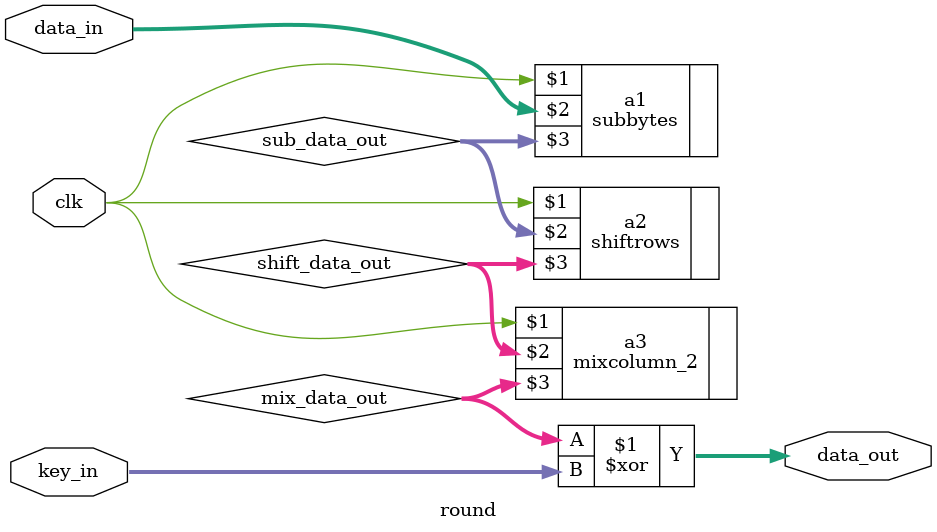
<source format=v>
`timescale 1ns / 1ps
module round(clk,data_in,key_in,data_out);
input clk;
input [15:0]data_in,key_in;
output [15:0] data_out;

wire [15:0]sub_data_out,shift_data_out,mix_data_out;

subbytes a1(clk,data_in,sub_data_out);
shiftrows a2(clk,sub_data_out,shift_data_out);
mixcolumn_2 a3(clk,shift_data_out,mix_data_out);
assign data_out=mix_data_out^key_in;

endmodule

/*
module round(clk,data_in,key_in,data_out);
input clk;
input [127:0]data_in,key_in;
output [127:0] data_out;

wire [127:0]sub_data_out,shift_data_out,mix_data_out; 

subbytes a1(clk,data_in,sub_data_out);
shiftrows a2(clk,sub_data_out,shift_data_out);
mixcolumn a3(clk,shift_data_out,mix_data_out);
assign data_out=mix_data_out^key_in;
endmodule
*/
</source>
